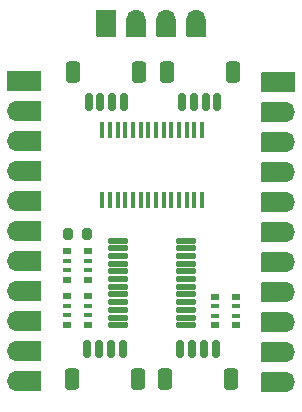
<source format=gbr>
%TF.GenerationSoftware,KiCad,Pcbnew,7.0.1*%
%TF.CreationDate,2024-01-20T21:14:22-07:00*%
%TF.ProjectId,mux_driver_v1,6d75785f-6472-4697-9665-725f76312e6b,rev?*%
%TF.SameCoordinates,Original*%
%TF.FileFunction,Soldermask,Top*%
%TF.FilePolarity,Negative*%
%FSLAX46Y46*%
G04 Gerber Fmt 4.6, Leading zero omitted, Abs format (unit mm)*
G04 Created by KiCad (PCBNEW 7.0.1) date 2024-01-20 21:14:22*
%MOMM*%
%LPD*%
G01*
G04 APERTURE LIST*
G04 Aperture macros list*
%AMRoundRect*
0 Rectangle with rounded corners*
0 $1 Rounding radius*
0 $2 $3 $4 $5 $6 $7 $8 $9 X,Y pos of 4 corners*
0 Add a 4 corners polygon primitive as box body*
4,1,4,$2,$3,$4,$5,$6,$7,$8,$9,$2,$3,0*
0 Add four circle primitives for the rounded corners*
1,1,$1+$1,$2,$3*
1,1,$1+$1,$4,$5*
1,1,$1+$1,$6,$7*
1,1,$1+$1,$8,$9*
0 Add four rect primitives between the rounded corners*
20,1,$1+$1,$2,$3,$4,$5,0*
20,1,$1+$1,$4,$5,$6,$7,0*
20,1,$1+$1,$6,$7,$8,$9,0*
20,1,$1+$1,$8,$9,$2,$3,0*%
G04 Aperture macros list end*
%ADD10R,1.700000X1.700000*%
%ADD11O,1.700000X1.700000*%
%ADD12RoundRect,0.150000X0.150000X0.625000X-0.150000X0.625000X-0.150000X-0.625000X0.150000X-0.625000X0*%
%ADD13RoundRect,0.250000X0.350000X0.650000X-0.350000X0.650000X-0.350000X-0.650000X0.350000X-0.650000X0*%
%ADD14R,0.450000X1.475000*%
%ADD15RoundRect,0.200000X-0.200000X-0.275000X0.200000X-0.275000X0.200000X0.275000X-0.200000X0.275000X0*%
%ADD16R,0.800000X0.500000*%
%ADD17R,0.800000X0.400000*%
%ADD18RoundRect,0.020500X-0.764500X-0.184500X0.764500X-0.184500X0.764500X0.184500X-0.764500X0.184500X0*%
%ADD19RoundRect,0.150000X-0.150000X-0.625000X0.150000X-0.625000X0.150000X0.625000X-0.150000X0.625000X0*%
%ADD20RoundRect,0.250000X-0.350000X-0.650000X0.350000X-0.650000X0.350000X0.650000X-0.350000X0.650000X0*%
G04 APERTURE END LIST*
D10*
%TO.C,J6*%
X166360000Y-75110000D03*
D11*
X166360000Y-77650000D03*
X166360000Y-80190000D03*
X166360000Y-82730000D03*
X166360000Y-85270000D03*
X166360000Y-87810000D03*
X166360000Y-90350000D03*
X166360000Y-92890000D03*
X166360000Y-95430000D03*
X166360000Y-97970000D03*
X166360000Y-100510000D03*
%TD*%
D10*
%TO.C,J4*%
X143710000Y-74990000D03*
D11*
X143710000Y-77530000D03*
X143710000Y-80070000D03*
X143710000Y-82610000D03*
X143710000Y-85150000D03*
X143710000Y-87690000D03*
X143710000Y-90230000D03*
X143710000Y-92770000D03*
X143710000Y-95310000D03*
X143710000Y-97850000D03*
X143710000Y-100390000D03*
%TD*%
D12*
%TO.C,J1*%
X160520000Y-97725000D03*
X159520000Y-97725000D03*
X158520000Y-97725000D03*
X157520000Y-97725000D03*
D13*
X161820000Y-100250000D03*
X156220000Y-100250000D03*
%TD*%
D14*
%TO.C,IC1*%
X150905000Y-85058000D03*
X151555000Y-85058000D03*
X152205000Y-85058000D03*
X152855000Y-85058000D03*
X153505000Y-85058000D03*
X154155000Y-85058000D03*
X154805000Y-85058000D03*
X155455000Y-85058000D03*
X156105000Y-85058000D03*
X156755000Y-85058000D03*
X157405000Y-85058000D03*
X158055000Y-85058000D03*
X158705000Y-85058000D03*
X159355000Y-85058000D03*
X159355000Y-79182000D03*
X158705000Y-79182000D03*
X158055000Y-79182000D03*
X157405000Y-79182000D03*
X156755000Y-79182000D03*
X156105000Y-79182000D03*
X155455000Y-79182000D03*
X154805000Y-79182000D03*
X154155000Y-79182000D03*
X153505000Y-79182000D03*
X152855000Y-79182000D03*
X152205000Y-79182000D03*
X151555000Y-79182000D03*
X150905000Y-79182000D03*
%TD*%
D15*
%TO.C,R3*%
X147965000Y-87980000D03*
X149615000Y-87980000D03*
%TD*%
D16*
%TO.C,R1*%
X149700000Y-91840000D03*
D17*
X149700000Y-91040000D03*
X149700000Y-90240000D03*
D16*
X149700000Y-89440000D03*
X147900000Y-89440000D03*
D17*
X147900000Y-90240000D03*
X147900000Y-91040000D03*
D16*
X147900000Y-91840000D03*
%TD*%
D18*
%TO.C,U1*%
X152215000Y-88545000D03*
X152215000Y-89195000D03*
X152215000Y-89845000D03*
X152215000Y-90495000D03*
X152215000Y-91145000D03*
X152215000Y-91795000D03*
X152215000Y-92445000D03*
X152215000Y-93095000D03*
X152215000Y-93745000D03*
X152215000Y-94395000D03*
X152215000Y-95045000D03*
X152215000Y-95695000D03*
X157955000Y-95695000D03*
X157955000Y-95045000D03*
X157955000Y-94395000D03*
X157955000Y-93745000D03*
X157955000Y-93095000D03*
X157955000Y-92445000D03*
X157955000Y-91795000D03*
X157955000Y-91145000D03*
X157955000Y-90495000D03*
X157955000Y-89845000D03*
X157955000Y-89195000D03*
X157955000Y-88545000D03*
%TD*%
D19*
%TO.C,J5*%
X157650000Y-76820000D03*
X158650000Y-76820000D03*
X159650000Y-76820000D03*
X160650000Y-76820000D03*
D20*
X156350000Y-74295000D03*
X161950000Y-74295000D03*
%TD*%
D16*
%TO.C,R4*%
X160450000Y-93300000D03*
D17*
X160450000Y-94100000D03*
X160450000Y-94900000D03*
D16*
X160450000Y-95700000D03*
X162250000Y-95700000D03*
D17*
X162250000Y-94900000D03*
X162250000Y-94100000D03*
D16*
X162250000Y-93300000D03*
%TD*%
D19*
%TO.C,J2*%
X149740000Y-76810000D03*
X150740000Y-76810000D03*
X151740000Y-76810000D03*
X152740000Y-76810000D03*
D20*
X148440000Y-74285000D03*
X154040000Y-74285000D03*
%TD*%
D12*
%TO.C,J3*%
X152630000Y-97730000D03*
X151630000Y-97730000D03*
X150630000Y-97730000D03*
X149630000Y-97730000D03*
D13*
X153930000Y-100255000D03*
X148330000Y-100255000D03*
%TD*%
D16*
%TO.C,R2*%
X149690000Y-95660000D03*
D17*
X149690000Y-94860000D03*
X149690000Y-94060000D03*
D16*
X149690000Y-93260000D03*
X147890000Y-93260000D03*
D17*
X147890000Y-94060000D03*
X147890000Y-94860000D03*
D16*
X147890000Y-95660000D03*
%TD*%
D10*
%TO.C,J7*%
X151245000Y-69850000D03*
D11*
X153785000Y-69850000D03*
X156325000Y-69850000D03*
X158865000Y-69850000D03*
%TD*%
G36*
X166338000Y-97136613D02*
G01*
X166383387Y-97182000D01*
X166400000Y-97244000D01*
X166400000Y-98696000D01*
X166383387Y-98758000D01*
X166338000Y-98803387D01*
X166276000Y-98820000D01*
X164474000Y-98820000D01*
X164412000Y-98803387D01*
X164366613Y-98758000D01*
X164350000Y-98696000D01*
X164350000Y-97244000D01*
X164366613Y-97182000D01*
X164412000Y-97136613D01*
X164474000Y-97120000D01*
X166276000Y-97120000D01*
X166338000Y-97136613D01*
G37*
G36*
X152038000Y-69866613D02*
G01*
X152083387Y-69912000D01*
X152100000Y-69974000D01*
X152100000Y-71151000D01*
X152083387Y-71213000D01*
X152038000Y-71258387D01*
X151976000Y-71275000D01*
X150519000Y-71275000D01*
X150457000Y-71258387D01*
X150411613Y-71213000D01*
X150395000Y-71151000D01*
X150395000Y-69974000D01*
X150411613Y-69912000D01*
X150457000Y-69866613D01*
X150519000Y-69850000D01*
X151976000Y-69850000D01*
X152038000Y-69866613D01*
G37*
G36*
X166338000Y-84436613D02*
G01*
X166383387Y-84482000D01*
X166400000Y-84544000D01*
X166400000Y-85996000D01*
X166383387Y-86058000D01*
X166338000Y-86103387D01*
X166276000Y-86120000D01*
X164474000Y-86120000D01*
X164412000Y-86103387D01*
X164366613Y-86058000D01*
X164350000Y-85996000D01*
X164350000Y-84544000D01*
X164366613Y-84482000D01*
X164412000Y-84436613D01*
X164474000Y-84420000D01*
X166276000Y-84420000D01*
X166338000Y-84436613D01*
G37*
G36*
X166338000Y-92056613D02*
G01*
X166383387Y-92102000D01*
X166400000Y-92164000D01*
X166400000Y-93616000D01*
X166383387Y-93678000D01*
X166338000Y-93723387D01*
X166276000Y-93740000D01*
X164474000Y-93740000D01*
X164412000Y-93723387D01*
X164366613Y-93678000D01*
X164350000Y-93616000D01*
X164350000Y-92164000D01*
X164366613Y-92102000D01*
X164412000Y-92056613D01*
X164474000Y-92040000D01*
X166276000Y-92040000D01*
X166338000Y-92056613D01*
G37*
G36*
X166338000Y-76816613D02*
G01*
X166383387Y-76862000D01*
X166400000Y-76924000D01*
X166400000Y-78376000D01*
X166383387Y-78438000D01*
X166338000Y-78483387D01*
X166276000Y-78500000D01*
X164474000Y-78500000D01*
X164412000Y-78483387D01*
X164366613Y-78438000D01*
X164350000Y-78376000D01*
X164350000Y-76924000D01*
X164366613Y-76862000D01*
X164412000Y-76816613D01*
X164474000Y-76800000D01*
X166276000Y-76800000D01*
X166338000Y-76816613D01*
G37*
G36*
X166338000Y-89516613D02*
G01*
X166383387Y-89562000D01*
X166400000Y-89624000D01*
X166400000Y-91076000D01*
X166383387Y-91138000D01*
X166338000Y-91183387D01*
X166276000Y-91200000D01*
X164474000Y-91200000D01*
X164412000Y-91183387D01*
X164366613Y-91138000D01*
X164350000Y-91076000D01*
X164350000Y-89624000D01*
X164366613Y-89562000D01*
X164412000Y-89516613D01*
X164474000Y-89500000D01*
X166276000Y-89500000D01*
X166338000Y-89516613D01*
G37*
G36*
X154578000Y-69866613D02*
G01*
X154623387Y-69912000D01*
X154640000Y-69974000D01*
X154640000Y-71151000D01*
X154623387Y-71213000D01*
X154578000Y-71258387D01*
X154516000Y-71275000D01*
X153054000Y-71275000D01*
X152992000Y-71258387D01*
X152946613Y-71213000D01*
X152930000Y-71151000D01*
X152930000Y-69974000D01*
X152946613Y-69912000D01*
X152992000Y-69866613D01*
X153054000Y-69850000D01*
X154516000Y-69850000D01*
X154578000Y-69866613D01*
G37*
G36*
X166338000Y-94596613D02*
G01*
X166383387Y-94642000D01*
X166400000Y-94704000D01*
X166400000Y-96156000D01*
X166383387Y-96218000D01*
X166338000Y-96263387D01*
X166276000Y-96280000D01*
X164474000Y-96280000D01*
X164412000Y-96263387D01*
X164366613Y-96218000D01*
X164350000Y-96156000D01*
X164350000Y-94704000D01*
X164366613Y-94642000D01*
X164412000Y-94596613D01*
X164474000Y-94580000D01*
X166276000Y-94580000D01*
X166338000Y-94596613D01*
G37*
G36*
X166338000Y-86976613D02*
G01*
X166383387Y-87022000D01*
X166400000Y-87084000D01*
X166400000Y-88536000D01*
X166383387Y-88598000D01*
X166338000Y-88643387D01*
X166276000Y-88660000D01*
X164474000Y-88660000D01*
X164412000Y-88643387D01*
X164366613Y-88598000D01*
X164350000Y-88536000D01*
X164350000Y-87084000D01*
X164366613Y-87022000D01*
X164412000Y-86976613D01*
X164474000Y-86960000D01*
X166276000Y-86960000D01*
X166338000Y-86976613D01*
G37*
G36*
X166338000Y-74276613D02*
G01*
X166383387Y-74322000D01*
X166400000Y-74384000D01*
X166400000Y-75836000D01*
X166383387Y-75898000D01*
X166338000Y-75943387D01*
X166276000Y-75960000D01*
X164474000Y-75960000D01*
X164412000Y-75943387D01*
X164366613Y-75898000D01*
X164350000Y-75836000D01*
X164350000Y-74384000D01*
X164366613Y-74322000D01*
X164412000Y-74276613D01*
X164474000Y-74260000D01*
X166276000Y-74260000D01*
X166338000Y-74276613D01*
G37*
G36*
X157118000Y-69866613D02*
G01*
X157163387Y-69912000D01*
X157180000Y-69974000D01*
X157180000Y-71151000D01*
X157163387Y-71213000D01*
X157118000Y-71258387D01*
X157056000Y-71275000D01*
X155599000Y-71275000D01*
X155537000Y-71258387D01*
X155491613Y-71213000D01*
X155475000Y-71151000D01*
X155475000Y-69974000D01*
X155491613Y-69912000D01*
X155537000Y-69866613D01*
X155599000Y-69850000D01*
X157056000Y-69850000D01*
X157118000Y-69866613D01*
G37*
G36*
X166338000Y-99676613D02*
G01*
X166383387Y-99722000D01*
X166400000Y-99784000D01*
X166400000Y-101241000D01*
X166383387Y-101303000D01*
X166338000Y-101348387D01*
X166276000Y-101365000D01*
X164474000Y-101365000D01*
X164412000Y-101348387D01*
X164366613Y-101303000D01*
X164350000Y-101241000D01*
X164350000Y-99784000D01*
X164366613Y-99722000D01*
X164412000Y-99676613D01*
X164474000Y-99660000D01*
X166276000Y-99660000D01*
X166338000Y-99676613D01*
G37*
G36*
X166338000Y-81896613D02*
G01*
X166383387Y-81942000D01*
X166400000Y-82004000D01*
X166400000Y-83456000D01*
X166383387Y-83518000D01*
X166338000Y-83563387D01*
X166276000Y-83580000D01*
X164474000Y-83580000D01*
X164412000Y-83563387D01*
X164366613Y-83518000D01*
X164350000Y-83456000D01*
X164350000Y-82004000D01*
X164366613Y-81942000D01*
X164412000Y-81896613D01*
X164474000Y-81880000D01*
X166276000Y-81880000D01*
X166338000Y-81896613D01*
G37*
G36*
X166338000Y-79356613D02*
G01*
X166383387Y-79402000D01*
X166400000Y-79464000D01*
X166400000Y-80916000D01*
X166383387Y-80978000D01*
X166338000Y-81023387D01*
X166276000Y-81040000D01*
X164474000Y-81040000D01*
X164412000Y-81023387D01*
X164366613Y-80978000D01*
X164350000Y-80916000D01*
X164350000Y-79464000D01*
X164366613Y-79402000D01*
X164412000Y-79356613D01*
X164474000Y-79340000D01*
X166276000Y-79340000D01*
X166338000Y-79356613D01*
G37*
G36*
X159653000Y-69866613D02*
G01*
X159698387Y-69912000D01*
X159715000Y-69974000D01*
X159715000Y-71151000D01*
X159698387Y-71213000D01*
X159653000Y-71258387D01*
X159591000Y-71275000D01*
X158144000Y-71275000D01*
X158082000Y-71258387D01*
X158036613Y-71213000D01*
X158020000Y-71151000D01*
X158020000Y-69974000D01*
X158036613Y-69912000D01*
X158082000Y-69866613D01*
X158144000Y-69850000D01*
X159591000Y-69850000D01*
X159653000Y-69866613D01*
G37*
G36*
X145676416Y-94481858D02*
G01*
X145721803Y-94527245D01*
X145738416Y-94589245D01*
X145738416Y-96041245D01*
X145721803Y-96103245D01*
X145676416Y-96148632D01*
X145614416Y-96165245D01*
X143824000Y-96165245D01*
X143762000Y-96148632D01*
X143716613Y-96103245D01*
X143700000Y-96041245D01*
X143700000Y-94589245D01*
X143716613Y-94527245D01*
X143762000Y-94481858D01*
X143824000Y-94465245D01*
X145614416Y-94465245D01*
X145676416Y-94481858D01*
G37*
G36*
X145676416Y-79241858D02*
G01*
X145721803Y-79287245D01*
X145738416Y-79349245D01*
X145738416Y-80801245D01*
X145721803Y-80863245D01*
X145676416Y-80908632D01*
X145614416Y-80925245D01*
X143824000Y-80925245D01*
X143762000Y-80908632D01*
X143716613Y-80863245D01*
X143700000Y-80801245D01*
X143700000Y-79349245D01*
X143716613Y-79287245D01*
X143762000Y-79241858D01*
X143824000Y-79225245D01*
X145614416Y-79225245D01*
X145676416Y-79241858D01*
G37*
G36*
X145676416Y-81781858D02*
G01*
X145721803Y-81827245D01*
X145738416Y-81889245D01*
X145738416Y-83341245D01*
X145721803Y-83403245D01*
X145676416Y-83448632D01*
X145614416Y-83465245D01*
X143824000Y-83465245D01*
X143762000Y-83448632D01*
X143716613Y-83403245D01*
X143700000Y-83341245D01*
X143700000Y-81889245D01*
X143716613Y-81827245D01*
X143762000Y-81781858D01*
X143824000Y-81765245D01*
X145614416Y-81765245D01*
X145676416Y-81781858D01*
G37*
G36*
X145676416Y-86861858D02*
G01*
X145721803Y-86907245D01*
X145738416Y-86969245D01*
X145738416Y-88421245D01*
X145721803Y-88483245D01*
X145676416Y-88528632D01*
X145614416Y-88545245D01*
X143824000Y-88545245D01*
X143762000Y-88528632D01*
X143716613Y-88483245D01*
X143700000Y-88421245D01*
X143700000Y-86969245D01*
X143716613Y-86907245D01*
X143762000Y-86861858D01*
X143824000Y-86845245D01*
X145614416Y-86845245D01*
X145676416Y-86861858D01*
G37*
G36*
X145676416Y-91941858D02*
G01*
X145721803Y-91987245D01*
X145738416Y-92049245D01*
X145738416Y-93501245D01*
X145721803Y-93563245D01*
X145676416Y-93608632D01*
X145614416Y-93625245D01*
X143824000Y-93625245D01*
X143762000Y-93608632D01*
X143716613Y-93563245D01*
X143700000Y-93501245D01*
X143700000Y-92049245D01*
X143716613Y-91987245D01*
X143762000Y-91941858D01*
X143824000Y-91925245D01*
X145614416Y-91925245D01*
X145676416Y-91941858D01*
G37*
G36*
X145676416Y-89401858D02*
G01*
X145721803Y-89447245D01*
X145738416Y-89509245D01*
X145738416Y-90961245D01*
X145721803Y-91023245D01*
X145676416Y-91068632D01*
X145614416Y-91085245D01*
X143824000Y-91085245D01*
X143762000Y-91068632D01*
X143716613Y-91023245D01*
X143700000Y-90961245D01*
X143700000Y-89509245D01*
X143716613Y-89447245D01*
X143762000Y-89401858D01*
X143824000Y-89385245D01*
X145614416Y-89385245D01*
X145676416Y-89401858D01*
G37*
G36*
X145676416Y-76701858D02*
G01*
X145721803Y-76747245D01*
X145738416Y-76809245D01*
X145738416Y-78261245D01*
X145721803Y-78323245D01*
X145676416Y-78368632D01*
X145614416Y-78385245D01*
X143824000Y-78385245D01*
X143762000Y-78368632D01*
X143716613Y-78323245D01*
X143700000Y-78261245D01*
X143700000Y-76809245D01*
X143716613Y-76747245D01*
X143762000Y-76701858D01*
X143824000Y-76685245D01*
X145614416Y-76685245D01*
X145676416Y-76701858D01*
G37*
G36*
X145676416Y-74161858D02*
G01*
X145721803Y-74207245D01*
X145738416Y-74269245D01*
X145738416Y-75721245D01*
X145721803Y-75783245D01*
X145676416Y-75828632D01*
X145614416Y-75845245D01*
X143824000Y-75845245D01*
X143762000Y-75828632D01*
X143716613Y-75783245D01*
X143700000Y-75721245D01*
X143700000Y-74269245D01*
X143716613Y-74207245D01*
X143762000Y-74161858D01*
X143824000Y-74145245D01*
X145614416Y-74145245D01*
X145676416Y-74161858D01*
G37*
G36*
X145681157Y-99561918D02*
G01*
X145726560Y-99607455D01*
X145743051Y-99669609D01*
X145738779Y-101126609D01*
X145722046Y-101188455D01*
X145676675Y-101233693D01*
X145614780Y-101250245D01*
X143824000Y-101250245D01*
X143762000Y-101233632D01*
X143716613Y-101188245D01*
X143700000Y-101126245D01*
X143700000Y-99669245D01*
X143716613Y-99607245D01*
X143762000Y-99561858D01*
X143824000Y-99545245D01*
X145619052Y-99545245D01*
X145681157Y-99561918D01*
G37*
G36*
X145676416Y-84321858D02*
G01*
X145721803Y-84367245D01*
X145738416Y-84429245D01*
X145738416Y-85881245D01*
X145721803Y-85943245D01*
X145676416Y-85988632D01*
X145614416Y-86005245D01*
X143824000Y-86005245D01*
X143762000Y-85988632D01*
X143716613Y-85943245D01*
X143700000Y-85881245D01*
X143700000Y-84429245D01*
X143716613Y-84367245D01*
X143762000Y-84321858D01*
X143824000Y-84305245D01*
X145614416Y-84305245D01*
X145676416Y-84321858D01*
G37*
G36*
X145676416Y-97021858D02*
G01*
X145721803Y-97067245D01*
X145738416Y-97129245D01*
X145738416Y-98581245D01*
X145721803Y-98643245D01*
X145676416Y-98688632D01*
X145614416Y-98705245D01*
X143824000Y-98705245D01*
X143762000Y-98688632D01*
X143716613Y-98643245D01*
X143700000Y-98581245D01*
X143700000Y-97129245D01*
X143716613Y-97067245D01*
X143762000Y-97021858D01*
X143824000Y-97005245D01*
X145614416Y-97005245D01*
X145676416Y-97021858D01*
G37*
M02*

</source>
